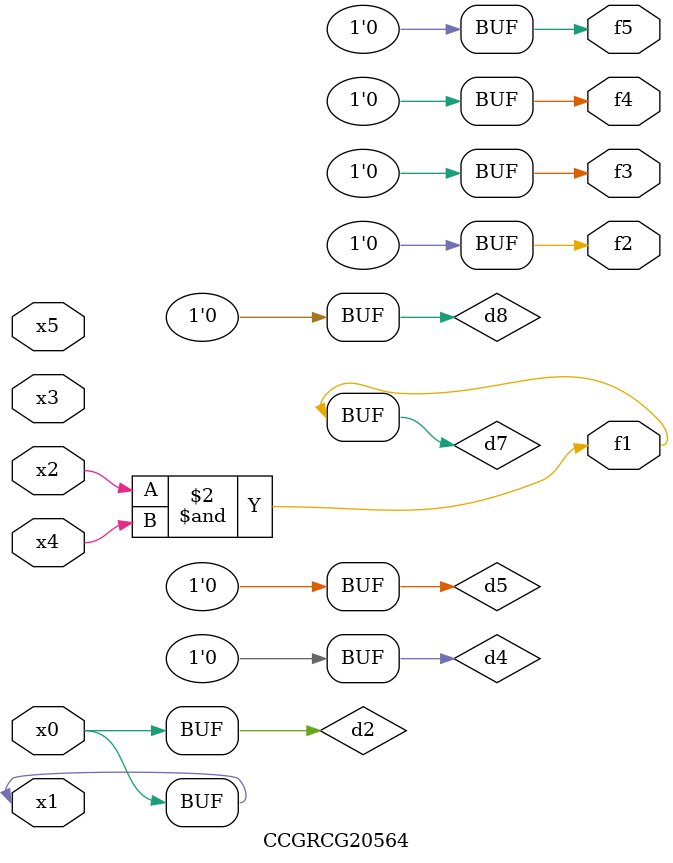
<source format=v>
module CCGRCG20564(
	input x0, x1, x2, x3, x4, x5,
	output f1, f2, f3, f4, f5
);

	wire d1, d2, d3, d4, d5, d6, d7, d8, d9;

	nand (d1, x1);
	buf (d2, x0, x1);
	nand (d3, x2, x4);
	and (d4, d1, d2);
	and (d5, d1, d2);
	nand (d6, d1, d3);
	not (d7, d3);
	xor (d8, d5);
	nor (d9, d5, d6);
	assign f1 = d7;
	assign f2 = d8;
	assign f3 = d8;
	assign f4 = d8;
	assign f5 = d8;
endmodule

</source>
